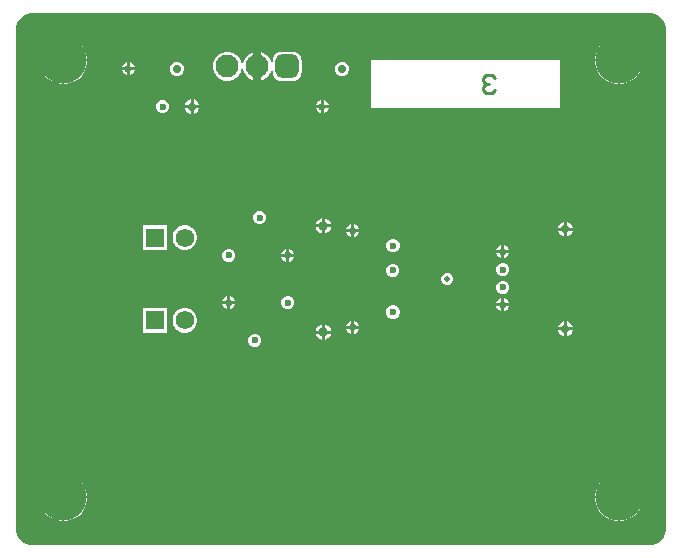
<source format=gbr>
%TF.GenerationSoftware,Altium Limited,Altium Designer,24.2.2 (26)*%
G04 Layer_Physical_Order=3*
G04 Layer_Color=16440176*
%FSLAX45Y45*%
%MOMM*%
%TF.SameCoordinates,D2FE35CC-22CD-4169-9643-A2803306E4A1*%
%TF.FilePolarity,Positive*%
%TF.FileFunction,Copper,L3,Inr,Signal*%
%TF.Part,Single*%
G01*
G75*
%TA.AperFunction,NonConductor*%
%ADD26C,0.25400*%
%TA.AperFunction,ComponentPad*%
%ADD27R,1.57000X1.57000*%
%ADD28C,1.57000*%
%ADD29C,1.95000*%
G04:AMPARAMS|DCode=30|XSize=1.95mm|YSize=1.95mm|CornerRadius=0.4875mm|HoleSize=0mm|Usage=FLASHONLY|Rotation=180.000|XOffset=0mm|YOffset=0mm|HoleType=Round|Shape=RoundedRectangle|*
%AMROUNDEDRECTD30*
21,1,1.95000,0.97500,0,0,180.0*
21,1,0.97500,1.95000,0,0,180.0*
1,1,0.97500,-0.48750,0.48750*
1,1,0.97500,0.48750,0.48750*
1,1,0.97500,0.48750,-0.48750*
1,1,0.97500,-0.48750,-0.48750*
%
%ADD30ROUNDEDRECTD30*%
%ADD31C,4.00000*%
%TA.AperFunction,ViaPad*%
%ADD32C,0.60000*%
%ADD33C,0.80000*%
%ADD34C,0.70000*%
%ADD35C,0.50000*%
G36*
X5407919Y4495004D02*
X5431578Y4485204D01*
X5452870Y4470977D01*
X5470977Y4452870D01*
X5485204Y4431578D01*
X5495004Y4407919D01*
X5500000Y4382804D01*
Y4370000D01*
Y130000D01*
Y117196D01*
X5495004Y92080D01*
X5485204Y68422D01*
X5470977Y47130D01*
X5452870Y29022D01*
X5431578Y14795D01*
X5407919Y4996D01*
X5382804Y0D01*
X117196D01*
X92080Y4996D01*
X68422Y14795D01*
X47130Y29022D01*
X29022Y47130D01*
X14795Y68422D01*
X4996Y92080D01*
X0Y117196D01*
Y130000D01*
Y4370000D01*
Y4382804D01*
X4996Y4407919D01*
X14795Y4431578D01*
X29022Y4452870D01*
X47130Y4470977D01*
X68422Y4485204D01*
X92080Y4495004D01*
X117196Y4500000D01*
X5382804D01*
X5407919Y4495004D01*
D02*
G37*
%LPC*%
G36*
X2342750Y4173540D02*
X2245250D01*
X2225893Y4170991D01*
X2207855Y4163519D01*
X2192366Y4151634D01*
X2180481Y4136145D01*
X2173009Y4118107D01*
X2170460Y4098750D01*
Y4087034D01*
X2157760Y4085362D01*
X2154525Y4097437D01*
X2138345Y4125462D01*
X2115463Y4148344D01*
X2087438Y4164524D01*
X2075000Y4167857D01*
Y4050000D01*
Y3932143D01*
X2087438Y3935475D01*
X2115463Y3951655D01*
X2138345Y3974537D01*
X2154525Y4002562D01*
X2157760Y4014638D01*
X2170460Y4012966D01*
Y4001250D01*
X2173009Y3981893D01*
X2180481Y3963855D01*
X2192366Y3948365D01*
X2207855Y3936480D01*
X2225893Y3929008D01*
X2245250Y3926460D01*
X2342750D01*
X2362107Y3929008D01*
X2380145Y3936480D01*
X2395635Y3948365D01*
X2407520Y3963855D01*
X2414992Y3981893D01*
X2417540Y4001250D01*
Y4098750D01*
X2414992Y4118107D01*
X2407520Y4136145D01*
X2395635Y4151634D01*
X2380145Y4163519D01*
X2362107Y4170991D01*
X2342750Y4173540D01*
D02*
G37*
G36*
X962700Y4084704D02*
Y4042700D01*
X1004704D01*
X996966Y4061382D01*
X981381Y4076966D01*
X962700Y4084704D01*
D02*
G37*
G36*
X937300D02*
X918618Y4076966D01*
X903034Y4061382D01*
X895296Y4042700D01*
X937300D01*
Y4084704D01*
D02*
G37*
G36*
X1004704Y4017300D02*
X962700D01*
Y3975296D01*
X981381Y3983034D01*
X996966Y3998619D01*
X1004704Y4017300D01*
D02*
G37*
G36*
X937300D02*
X895296D01*
X903034Y3998619D01*
X918618Y3983034D01*
X937300Y3975296D01*
Y4017300D01*
D02*
G37*
G36*
X2772014Y4090400D02*
X2747986D01*
X2725786Y4081205D01*
X2708795Y4064214D01*
X2699600Y4042014D01*
Y4017986D01*
X2708795Y3995786D01*
X2725786Y3978795D01*
X2747986Y3969600D01*
X2772014D01*
X2794214Y3978795D01*
X2811204Y3995786D01*
X2820400Y4017986D01*
Y4042014D01*
X2811204Y4064214D01*
X2794214Y4081205D01*
X2772014Y4090400D01*
D02*
G37*
G36*
X1372014D02*
X1347986D01*
X1325786Y4081205D01*
X1308795Y4064214D01*
X1299600Y4042014D01*
Y4017986D01*
X1308795Y3995786D01*
X1325786Y3978795D01*
X1347986Y3969600D01*
X1372014D01*
X1394214Y3978795D01*
X1411205Y3995786D01*
X1420400Y4017986D01*
Y4042014D01*
X1411205Y4064214D01*
X1394214Y4081205D01*
X1372014Y4090400D01*
D02*
G37*
G36*
X1802180Y4172900D02*
X1769820D01*
X1738563Y4164524D01*
X1710538Y4148344D01*
X1687656Y4125462D01*
X1671476Y4097437D01*
X1663100Y4066180D01*
Y4033820D01*
X1671476Y4002562D01*
X1687656Y3974537D01*
X1710538Y3951655D01*
X1738563Y3935475D01*
X1769820Y3927100D01*
X1802180D01*
X1833438Y3935475D01*
X1861463Y3951655D01*
X1884345Y3974537D01*
X1900525Y4002562D01*
X1906426Y4024587D01*
X1919574D01*
X1925476Y4002562D01*
X1941656Y3974537D01*
X1964538Y3951655D01*
X1992563Y3935475D01*
X2005000Y3932143D01*
Y4050000D01*
Y4167857D01*
X1992563Y4164524D01*
X1964538Y4148344D01*
X1941656Y4125462D01*
X1925476Y4097437D01*
X1919574Y4075413D01*
X1906426D01*
X1900525Y4097437D01*
X1884345Y4125462D01*
X1861463Y4148344D01*
X1833438Y4164524D01*
X1802180Y4172900D01*
D02*
G37*
G36*
X5119698Y4300000D02*
X5080302D01*
X5041662Y4292314D01*
X5005265Y4277238D01*
X4972507Y4255350D01*
X4944650Y4227492D01*
X4922762Y4194735D01*
X4907686Y4158338D01*
X4900000Y4119698D01*
Y4080302D01*
X4907686Y4041662D01*
X4922762Y4005265D01*
X4944650Y3972507D01*
X4972507Y3944650D01*
X5005265Y3922762D01*
X5041662Y3907686D01*
X5080302Y3900000D01*
X5119698D01*
X5158338Y3907686D01*
X5194735Y3922762D01*
X5227492Y3944650D01*
X5255350Y3972507D01*
X5277238Y4005265D01*
X5292314Y4041662D01*
X5300000Y4080302D01*
Y4119698D01*
X5292314Y4158338D01*
X5277238Y4194735D01*
X5255350Y4227492D01*
X5227492Y4255350D01*
X5194735Y4277238D01*
X5158338Y4292314D01*
X5119698Y4300000D01*
D02*
G37*
G36*
X419698D02*
X380302D01*
X341662Y4292314D01*
X305265Y4277238D01*
X272507Y4255350D01*
X244650Y4227492D01*
X222762Y4194735D01*
X207686Y4158338D01*
X200000Y4119698D01*
Y4080302D01*
X207686Y4041662D01*
X222762Y4005265D01*
X244650Y3972507D01*
X272507Y3944650D01*
X305265Y3922762D01*
X341662Y3907686D01*
X380302Y3900000D01*
X419698D01*
X458338Y3907686D01*
X494735Y3922762D01*
X527492Y3944650D01*
X555350Y3972507D01*
X577238Y4005265D01*
X592314Y4041662D01*
X600000Y4080302D01*
Y4119698D01*
X592314Y4158338D01*
X577238Y4194735D01*
X555350Y4227492D01*
X527492Y4255350D01*
X494735Y4277238D01*
X458338Y4292314D01*
X419698Y4300000D01*
D02*
G37*
G36*
X2602700Y3764704D02*
Y3722700D01*
X2644704D01*
X2636966Y3741381D01*
X2621381Y3756966D01*
X2602700Y3764704D01*
D02*
G37*
G36*
X2577300D02*
X2558618Y3756966D01*
X2543034Y3741381D01*
X2535296Y3722700D01*
X2577300D01*
Y3764704D01*
D02*
G37*
G36*
X1502700Y3770116D02*
Y3722700D01*
X1550116D01*
X1541205Y3744214D01*
X1524214Y3761205D01*
X1502700Y3770116D01*
D02*
G37*
G36*
X1477300D02*
X1455786Y3761205D01*
X1438795Y3744214D01*
X1429884Y3722700D01*
X1477300D01*
Y3770116D01*
D02*
G37*
G36*
X4600000Y4100000D02*
X3000000D01*
Y3700000D01*
X4600000D01*
Y4100000D01*
D02*
G37*
G36*
X2644704Y3697300D02*
X2602700D01*
Y3655296D01*
X2621381Y3663034D01*
X2636966Y3678618D01*
X2644704Y3697300D01*
D02*
G37*
G36*
X2577300D02*
X2535296D01*
X2543034Y3678618D01*
X2558618Y3663034D01*
X2577300Y3655296D01*
Y3697300D01*
D02*
G37*
G36*
X1251020Y3765400D02*
X1228980D01*
X1208619Y3756966D01*
X1193034Y3741381D01*
X1184600Y3721020D01*
Y3698980D01*
X1193034Y3678618D01*
X1208619Y3663034D01*
X1228980Y3654600D01*
X1251020D01*
X1271382Y3663034D01*
X1286966Y3678618D01*
X1295400Y3698980D01*
Y3721020D01*
X1286966Y3741381D01*
X1271382Y3756966D01*
X1251020Y3765400D01*
D02*
G37*
G36*
X1550116Y3697300D02*
X1502700D01*
Y3649884D01*
X1524214Y3658795D01*
X1541205Y3675786D01*
X1550116Y3697300D01*
D02*
G37*
G36*
X1477300D02*
X1429884D01*
X1438795Y3675786D01*
X1455786Y3658795D01*
X1477300Y3649884D01*
Y3697300D01*
D02*
G37*
G36*
X2071020Y2825400D02*
X2048980D01*
X2028618Y2816966D01*
X2013034Y2801381D01*
X2004600Y2781020D01*
Y2758980D01*
X2013034Y2738619D01*
X2028618Y2723034D01*
X2048980Y2714600D01*
X2071020D01*
X2091381Y2723034D01*
X2106966Y2738619D01*
X2115400Y2758980D01*
Y2781020D01*
X2106966Y2801381D01*
X2091381Y2816966D01*
X2071020Y2825400D01*
D02*
G37*
G36*
X2612700Y2764304D02*
Y2712700D01*
X2664304D01*
X2660943Y2725243D01*
X2652333Y2740157D01*
X2640157Y2752333D01*
X2625243Y2760943D01*
X2612700Y2764304D01*
D02*
G37*
G36*
X2587300D02*
X2574756Y2760943D01*
X2559843Y2752333D01*
X2547667Y2740157D01*
X2539057Y2725243D01*
X2535696Y2712700D01*
X2587300D01*
Y2764304D01*
D02*
G37*
G36*
X4662700Y2730116D02*
Y2682700D01*
X4710116D01*
X4701205Y2704214D01*
X4684214Y2721205D01*
X4662700Y2730116D01*
D02*
G37*
G36*
X4637300D02*
X4615786Y2721205D01*
X4598795Y2704214D01*
X4589884Y2682700D01*
X4637300D01*
Y2730116D01*
D02*
G37*
G36*
X2862700Y2714704D02*
Y2672700D01*
X2904704D01*
X2896966Y2691381D01*
X2881381Y2706966D01*
X2862700Y2714704D01*
D02*
G37*
G36*
X2837300D02*
X2818618Y2706966D01*
X2803034Y2691381D01*
X2795296Y2672700D01*
X2837300D01*
Y2714704D01*
D02*
G37*
G36*
X2664304Y2687300D02*
X2612700D01*
Y2635696D01*
X2625243Y2639057D01*
X2640157Y2647667D01*
X2652333Y2659843D01*
X2660943Y2674756D01*
X2664304Y2687300D01*
D02*
G37*
G36*
X2587300D02*
X2535696D01*
X2539057Y2674756D01*
X2547667Y2659843D01*
X2559843Y2647667D01*
X2574756Y2639057D01*
X2587300Y2635696D01*
Y2687300D01*
D02*
G37*
G36*
X4710116Y2657300D02*
X4662700D01*
Y2609884D01*
X4684214Y2618795D01*
X4701205Y2635786D01*
X4710116Y2657300D01*
D02*
G37*
G36*
X4637300D02*
X4589884D01*
X4598795Y2635786D01*
X4615786Y2618795D01*
X4637300Y2609884D01*
Y2657300D01*
D02*
G37*
G36*
X2904704Y2647300D02*
X2862700D01*
Y2605296D01*
X2881381Y2613034D01*
X2896966Y2628619D01*
X2904704Y2647300D01*
D02*
G37*
G36*
X2837300D02*
X2795296D01*
X2803034Y2628619D01*
X2818618Y2613034D01*
X2837300Y2605296D01*
Y2647300D01*
D02*
G37*
G36*
X1440679Y2703900D02*
X1413321D01*
X1386896Y2696819D01*
X1363204Y2683141D01*
X1343859Y2663796D01*
X1330180Y2640104D01*
X1323100Y2613679D01*
Y2586321D01*
X1330180Y2559896D01*
X1343859Y2536204D01*
X1363204Y2516859D01*
X1386896Y2503180D01*
X1413321Y2496100D01*
X1440679D01*
X1467104Y2503180D01*
X1490796Y2516859D01*
X1510141Y2536204D01*
X1523819Y2559896D01*
X1530900Y2586321D01*
Y2613679D01*
X1523819Y2640104D01*
X1510141Y2663796D01*
X1490796Y2683141D01*
X1467104Y2696819D01*
X1440679Y2703900D01*
D02*
G37*
G36*
X1276900D02*
X1069100D01*
Y2496100D01*
X1276900D01*
Y2703900D01*
D02*
G37*
G36*
X4132700Y2534704D02*
Y2492700D01*
X4174704D01*
X4166966Y2511382D01*
X4151381Y2526966D01*
X4132700Y2534704D01*
D02*
G37*
G36*
X4107300D02*
X4088618Y2526966D01*
X4073034Y2511382D01*
X4065296Y2492700D01*
X4107300D01*
Y2534704D01*
D02*
G37*
G36*
X3201020Y2587300D02*
X3178980D01*
X3158619Y2578866D01*
X3143034Y2563281D01*
X3134600Y2542919D01*
Y2520880D01*
X3143034Y2500518D01*
X3158619Y2484934D01*
X3178980Y2476500D01*
X3201020D01*
X3221381Y2484934D01*
X3236966Y2500518D01*
X3245400Y2520880D01*
Y2542919D01*
X3236966Y2563281D01*
X3221381Y2578866D01*
X3201020Y2587300D01*
D02*
G37*
G36*
X2312700Y2504704D02*
Y2462700D01*
X2354704D01*
X2346966Y2481381D01*
X2331382Y2496966D01*
X2312700Y2504704D01*
D02*
G37*
G36*
X2287300D02*
X2268619Y2496966D01*
X2253034Y2481381D01*
X2245296Y2462700D01*
X2287300D01*
Y2504704D01*
D02*
G37*
G36*
X4174704Y2467300D02*
X4132700D01*
Y2425296D01*
X4151381Y2433034D01*
X4166966Y2448619D01*
X4174704Y2467300D01*
D02*
G37*
G36*
X4107300D02*
X4065296D01*
X4073034Y2448619D01*
X4088618Y2433034D01*
X4107300Y2425296D01*
Y2467300D01*
D02*
G37*
G36*
X2354704Y2437300D02*
X2312700D01*
Y2395296D01*
X2331382Y2403034D01*
X2346966Y2418618D01*
X2354704Y2437300D01*
D02*
G37*
G36*
X2287300D02*
X2245296D01*
X2253034Y2418618D01*
X2268619Y2403034D01*
X2287300Y2395296D01*
Y2437300D01*
D02*
G37*
G36*
X1811020Y2505400D02*
X1788980D01*
X1768619Y2496966D01*
X1753034Y2481381D01*
X1744600Y2461020D01*
Y2438980D01*
X1753034Y2418618D01*
X1768619Y2403034D01*
X1788980Y2394600D01*
X1811020D01*
X1831382Y2403034D01*
X1846966Y2418618D01*
X1855400Y2438980D01*
Y2461020D01*
X1846966Y2481381D01*
X1831382Y2496966D01*
X1811020Y2505400D01*
D02*
G37*
G36*
X4131020Y2385400D02*
X4108980D01*
X4088618Y2376966D01*
X4073034Y2361381D01*
X4064600Y2341020D01*
Y2318980D01*
X4073034Y2298618D01*
X4088618Y2283034D01*
X4108980Y2274600D01*
X4131020D01*
X4151381Y2283034D01*
X4166966Y2298618D01*
X4175400Y2318980D01*
Y2341020D01*
X4166966Y2361381D01*
X4151381Y2376966D01*
X4131020Y2385400D01*
D02*
G37*
G36*
X3199306Y2378986D02*
X3177266D01*
X3156905Y2370552D01*
X3141320Y2354968D01*
X3132886Y2334606D01*
Y2312567D01*
X3141320Y2292205D01*
X3156905Y2276621D01*
X3177266Y2268186D01*
X3199306D01*
X3219668Y2276621D01*
X3235252Y2292205D01*
X3243686Y2312567D01*
Y2334606D01*
X3235252Y2354968D01*
X3219668Y2370552D01*
X3199306Y2378986D01*
D02*
G37*
G36*
X3660025Y2300400D02*
X3639975D01*
X3621450Y2292727D01*
X3607273Y2278549D01*
X3599600Y2260025D01*
Y2239975D01*
X3607273Y2221450D01*
X3621450Y2207273D01*
X3639975Y2199600D01*
X3660025D01*
X3678549Y2207273D01*
X3692727Y2221450D01*
X3700400Y2239975D01*
Y2260025D01*
X3692727Y2278549D01*
X3678549Y2292727D01*
X3660025Y2300400D01*
D02*
G37*
G36*
X4131020Y2235400D02*
X4108980D01*
X4088618Y2226966D01*
X4073034Y2211381D01*
X4064600Y2191020D01*
Y2168980D01*
X4073034Y2148619D01*
X4088618Y2133034D01*
X4108980Y2124600D01*
X4131020D01*
X4151381Y2133034D01*
X4166966Y2148619D01*
X4175400Y2168980D01*
Y2191020D01*
X4166966Y2211381D01*
X4151381Y2226966D01*
X4131020Y2235400D01*
D02*
G37*
G36*
X1812700Y2104704D02*
Y2062700D01*
X1854704D01*
X1846966Y2081381D01*
X1831382Y2096966D01*
X1812700Y2104704D01*
D02*
G37*
G36*
X1787300D02*
X1768619Y2096966D01*
X1753034Y2081381D01*
X1745296Y2062700D01*
X1787300D01*
Y2104704D01*
D02*
G37*
G36*
X4132700Y2084704D02*
Y2042700D01*
X4174704D01*
X4166966Y2061381D01*
X4151381Y2076966D01*
X4132700Y2084704D01*
D02*
G37*
G36*
X4107300D02*
X4088618Y2076966D01*
X4073034Y2061381D01*
X4065296Y2042700D01*
X4107300D01*
Y2084704D01*
D02*
G37*
G36*
X1854704Y2037300D02*
X1812700D01*
Y1995296D01*
X1831382Y2003034D01*
X1846966Y2018619D01*
X1854704Y2037300D01*
D02*
G37*
G36*
X1787300D02*
X1745296D01*
X1753034Y2018619D01*
X1768619Y2003034D01*
X1787300Y1995296D01*
Y2037300D01*
D02*
G37*
G36*
X2311020Y2105400D02*
X2288980D01*
X2268619Y2096966D01*
X2253034Y2081381D01*
X2244600Y2061019D01*
Y2038980D01*
X2253034Y2018618D01*
X2268619Y2003034D01*
X2288980Y1994600D01*
X2311020D01*
X2331382Y2003034D01*
X2346966Y2018618D01*
X2355400Y2038980D01*
Y2061019D01*
X2346966Y2081381D01*
X2331382Y2096966D01*
X2311020Y2105400D01*
D02*
G37*
G36*
X4174704Y2017300D02*
X4132700D01*
Y1975296D01*
X4151381Y1983034D01*
X4166966Y1998619D01*
X4174704Y2017300D01*
D02*
G37*
G36*
X4107300D02*
X4065296D01*
X4073034Y1998619D01*
X4088618Y1983034D01*
X4107300Y1975296D01*
Y2017300D01*
D02*
G37*
G36*
X3201020Y2025400D02*
X3178980D01*
X3158619Y2016966D01*
X3143034Y2001382D01*
X3134600Y1981020D01*
Y1958980D01*
X3143034Y1938619D01*
X3158619Y1923034D01*
X3178980Y1914600D01*
X3201020D01*
X3221381Y1923034D01*
X3236966Y1938619D01*
X3245400Y1958980D01*
Y1981020D01*
X3236966Y2001382D01*
X3221381Y2016966D01*
X3201020Y2025400D01*
D02*
G37*
G36*
X2862700Y1894704D02*
Y1852700D01*
X2904704D01*
X2896966Y1871381D01*
X2881381Y1886966D01*
X2862700Y1894704D01*
D02*
G37*
G36*
X2837300D02*
X2818618Y1886966D01*
X2803034Y1871381D01*
X2795296Y1852700D01*
X2837300D01*
Y1894704D01*
D02*
G37*
G36*
X4662700Y1890116D02*
Y1842700D01*
X4710116D01*
X4701205Y1864214D01*
X4684214Y1881205D01*
X4662700Y1890116D01*
D02*
G37*
G36*
X4637300D02*
X4615786Y1881205D01*
X4598795Y1864214D01*
X4589884Y1842700D01*
X4637300D01*
Y1890116D01*
D02*
G37*
G36*
X2612700Y1864304D02*
Y1812700D01*
X2664304D01*
X2660943Y1825243D01*
X2652333Y1840157D01*
X2640157Y1852333D01*
X2625243Y1860943D01*
X2612700Y1864304D01*
D02*
G37*
G36*
X2587300D02*
X2574756Y1860943D01*
X2559843Y1852333D01*
X2547667Y1840157D01*
X2539057Y1825243D01*
X2535696Y1812700D01*
X2587300D01*
Y1864304D01*
D02*
G37*
G36*
X1440679Y2003900D02*
X1413321D01*
X1386896Y1996819D01*
X1363204Y1983141D01*
X1343859Y1963796D01*
X1330180Y1940104D01*
X1323100Y1913679D01*
Y1886321D01*
X1330180Y1859896D01*
X1343859Y1836204D01*
X1363204Y1816859D01*
X1386896Y1803181D01*
X1413321Y1796100D01*
X1440679D01*
X1467104Y1803181D01*
X1490796Y1816859D01*
X1510141Y1836204D01*
X1523819Y1859896D01*
X1530900Y1886321D01*
Y1913679D01*
X1523819Y1940104D01*
X1510141Y1963796D01*
X1490796Y1983141D01*
X1467104Y1996819D01*
X1440679Y2003900D01*
D02*
G37*
G36*
X1276900D02*
X1069100D01*
Y1796100D01*
X1276900D01*
Y2003900D01*
D02*
G37*
G36*
X2904704Y1827300D02*
X2862700D01*
Y1785296D01*
X2881381Y1793034D01*
X2896966Y1808618D01*
X2904704Y1827300D01*
D02*
G37*
G36*
X2837300D02*
X2795296D01*
X2803034Y1808618D01*
X2818618Y1793034D01*
X2837300Y1785296D01*
Y1827300D01*
D02*
G37*
G36*
X4710116Y1817300D02*
X4662700D01*
Y1769884D01*
X4684214Y1778795D01*
X4701205Y1795786D01*
X4710116Y1817300D01*
D02*
G37*
G36*
X4637300D02*
X4589884D01*
X4598795Y1795786D01*
X4615786Y1778795D01*
X4637300Y1769884D01*
Y1817300D01*
D02*
G37*
G36*
X2664304Y1787300D02*
X2612700D01*
Y1735696D01*
X2625243Y1739057D01*
X2640157Y1747667D01*
X2652333Y1759843D01*
X2660943Y1774756D01*
X2664304Y1787300D01*
D02*
G37*
G36*
X2587300D02*
X2535696D01*
X2539057Y1774756D01*
X2547667Y1759843D01*
X2559843Y1747667D01*
X2574756Y1739057D01*
X2587300Y1735696D01*
Y1787300D01*
D02*
G37*
G36*
X2031020Y1785400D02*
X2008980D01*
X1988619Y1776966D01*
X1973034Y1761382D01*
X1964600Y1741020D01*
Y1718980D01*
X1973034Y1698619D01*
X1988619Y1683034D01*
X2008980Y1674600D01*
X2031020D01*
X2051381Y1683034D01*
X2066966Y1698619D01*
X2075400Y1718980D01*
Y1741020D01*
X2066966Y1761382D01*
X2051381Y1776966D01*
X2031020Y1785400D01*
D02*
G37*
G36*
X5119698Y600000D02*
X5080302D01*
X5041662Y592314D01*
X5005265Y577238D01*
X4972507Y555350D01*
X4944650Y527492D01*
X4922762Y494735D01*
X4907686Y458338D01*
X4900000Y419698D01*
Y380302D01*
X4907686Y341662D01*
X4922762Y305265D01*
X4944650Y272507D01*
X4972507Y244650D01*
X5005265Y222762D01*
X5041662Y207686D01*
X5080302Y200000D01*
X5119698D01*
X5158338Y207686D01*
X5194735Y222762D01*
X5227492Y244650D01*
X5255350Y272507D01*
X5277238Y305265D01*
X5292314Y341662D01*
X5300000Y380302D01*
Y419698D01*
X5292314Y458338D01*
X5277238Y494735D01*
X5255350Y527492D01*
X5227492Y555350D01*
X5194735Y577238D01*
X5158338Y592314D01*
X5119698Y600000D01*
D02*
G37*
G36*
X419698D02*
X380302D01*
X341662Y592314D01*
X305265Y577238D01*
X272507Y555350D01*
X244650Y527492D01*
X222762Y494735D01*
X207686Y458338D01*
X200000Y419698D01*
Y380302D01*
X207686Y341662D01*
X222762Y305265D01*
X244650Y272507D01*
X272507Y244650D01*
X305265Y222762D01*
X341662Y207686D01*
X380302Y200000D01*
X419698D01*
X458338Y207686D01*
X494735Y222762D01*
X527492Y244650D01*
X555350Y272507D01*
X577238Y305265D01*
X592314Y341662D01*
X600000Y380302D01*
Y419698D01*
X592314Y458338D01*
X577238Y494735D01*
X555350Y527492D01*
X527492Y555350D01*
X494735Y577238D01*
X458338Y592314D01*
X419698Y600000D01*
D02*
G37*
%LPD*%
D26*
X4054600Y3952359D02*
X4029208Y3977750D01*
X3978425D01*
X3953033Y3952359D01*
Y3926967D01*
X3978425Y3901575D01*
X4003816D01*
X3978425D01*
X3953033Y3876183D01*
Y3850792D01*
X3978425Y3825400D01*
X4029208D01*
X4054600Y3850792D01*
D27*
X1173000Y1900000D02*
D03*
Y2600000D02*
D03*
D28*
X1427000Y1900000D02*
D03*
Y2600000D02*
D03*
D29*
X1786000Y4050000D02*
D03*
X2040000D02*
D03*
D30*
X2294000D02*
D03*
D31*
X400000Y4100000D02*
D03*
X5100000D02*
D03*
Y400000D02*
D03*
X400000D02*
D03*
D32*
X2850000Y2660000D02*
D03*
X2020000Y1730000D02*
D03*
X950000Y4030000D02*
D03*
X1240000Y3710000D02*
D03*
X1800000Y2050000D02*
D03*
Y2450000D02*
D03*
X2060000Y2770000D02*
D03*
X2300000Y2050000D02*
D03*
Y2450000D02*
D03*
X2590000Y3710000D02*
D03*
X2850000Y1840000D02*
D03*
X3190000Y1970000D02*
D03*
X4120000Y2480000D02*
D03*
X3000000Y2160000D02*
D03*
Y2340000D02*
D03*
X3188286Y2323586D02*
D03*
X3190000Y2531900D02*
D03*
X4120000Y2330000D02*
D03*
Y2030000D02*
D03*
Y2180000D02*
D03*
D33*
X2600000Y1800000D02*
D03*
X1800000Y1600000D02*
D03*
X2600000Y2700000D02*
D03*
X1800000Y2900000D02*
D03*
X3850000Y1550000D02*
D03*
Y2950000D02*
D03*
D34*
X1360000Y4030000D02*
D03*
X1490000Y3710000D02*
D03*
X2760000Y4030000D02*
D03*
X4650000Y1830000D02*
D03*
Y2670000D02*
D03*
D35*
X3650000Y2250000D02*
D03*
%TF.MD5,1e5488bcf469c53bae7713d4ebdc7084*%
M02*

</source>
